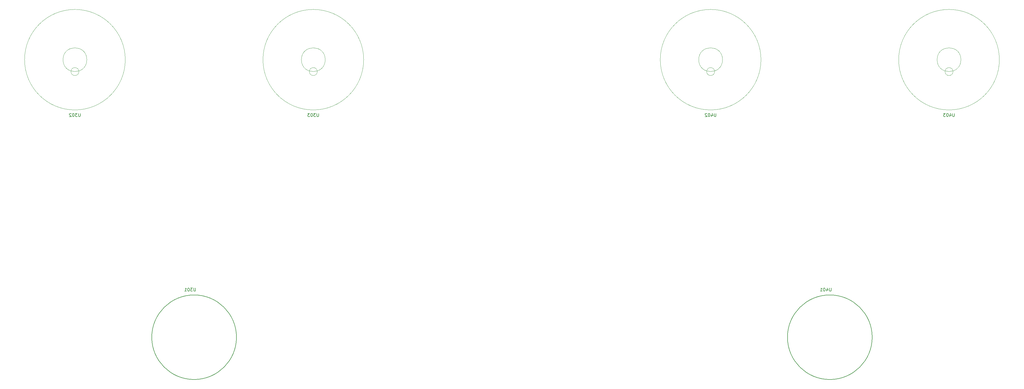
<source format=gbr>
G04 #@! TF.GenerationSoftware,KiCad,Pcbnew,7.0.8*
G04 #@! TF.CreationDate,2023-12-15T21:56:32+00:00*
G04 #@! TF.ProjectId,BabyHuey,42616279-4875-4657-992e-6b696361645f,1*
G04 #@! TF.SameCoordinates,Original*
G04 #@! TF.FileFunction,Legend,Bot*
G04 #@! TF.FilePolarity,Positive*
%FSLAX46Y46*%
G04 Gerber Fmt 4.6, Leading zero omitted, Abs format (unit mm)*
G04 Created by KiCad (PCBNEW 7.0.8) date 2023-12-15 21:56:32*
%MOMM*%
%LPD*%
G01*
G04 APERTURE LIST*
%ADD10C,0.150000*%
%ADD11C,0.120000*%
G04 APERTURE END LIST*
D10*
X108334285Y-155804819D02*
X108334285Y-156614342D01*
X108334285Y-156614342D02*
X108286666Y-156709580D01*
X108286666Y-156709580D02*
X108239047Y-156757200D01*
X108239047Y-156757200D02*
X108143809Y-156804819D01*
X108143809Y-156804819D02*
X107953333Y-156804819D01*
X107953333Y-156804819D02*
X107858095Y-156757200D01*
X107858095Y-156757200D02*
X107810476Y-156709580D01*
X107810476Y-156709580D02*
X107762857Y-156614342D01*
X107762857Y-156614342D02*
X107762857Y-155804819D01*
X107381904Y-155804819D02*
X106762857Y-155804819D01*
X106762857Y-155804819D02*
X107096190Y-156185771D01*
X107096190Y-156185771D02*
X106953333Y-156185771D01*
X106953333Y-156185771D02*
X106858095Y-156233390D01*
X106858095Y-156233390D02*
X106810476Y-156281009D01*
X106810476Y-156281009D02*
X106762857Y-156376247D01*
X106762857Y-156376247D02*
X106762857Y-156614342D01*
X106762857Y-156614342D02*
X106810476Y-156709580D01*
X106810476Y-156709580D02*
X106858095Y-156757200D01*
X106858095Y-156757200D02*
X106953333Y-156804819D01*
X106953333Y-156804819D02*
X107239047Y-156804819D01*
X107239047Y-156804819D02*
X107334285Y-156757200D01*
X107334285Y-156757200D02*
X107381904Y-156709580D01*
X106143809Y-155804819D02*
X106048571Y-155804819D01*
X106048571Y-155804819D02*
X105953333Y-155852438D01*
X105953333Y-155852438D02*
X105905714Y-155900057D01*
X105905714Y-155900057D02*
X105858095Y-155995295D01*
X105858095Y-155995295D02*
X105810476Y-156185771D01*
X105810476Y-156185771D02*
X105810476Y-156423866D01*
X105810476Y-156423866D02*
X105858095Y-156614342D01*
X105858095Y-156614342D02*
X105905714Y-156709580D01*
X105905714Y-156709580D02*
X105953333Y-156757200D01*
X105953333Y-156757200D02*
X106048571Y-156804819D01*
X106048571Y-156804819D02*
X106143809Y-156804819D01*
X106143809Y-156804819D02*
X106239047Y-156757200D01*
X106239047Y-156757200D02*
X106286666Y-156709580D01*
X106286666Y-156709580D02*
X106334285Y-156614342D01*
X106334285Y-156614342D02*
X106381904Y-156423866D01*
X106381904Y-156423866D02*
X106381904Y-156185771D01*
X106381904Y-156185771D02*
X106334285Y-155995295D01*
X106334285Y-155995295D02*
X106286666Y-155900057D01*
X106286666Y-155900057D02*
X106239047Y-155852438D01*
X106239047Y-155852438D02*
X106143809Y-155804819D01*
X104858095Y-156804819D02*
X105429523Y-156804819D01*
X105143809Y-156804819D02*
X105143809Y-155804819D01*
X105143809Y-155804819D02*
X105239047Y-155947676D01*
X105239047Y-155947676D02*
X105334285Y-156042914D01*
X105334285Y-156042914D02*
X105429523Y-156090533D01*
X71444285Y-99784819D02*
X71444285Y-100594342D01*
X71444285Y-100594342D02*
X71396666Y-100689580D01*
X71396666Y-100689580D02*
X71349047Y-100737200D01*
X71349047Y-100737200D02*
X71253809Y-100784819D01*
X71253809Y-100784819D02*
X71063333Y-100784819D01*
X71063333Y-100784819D02*
X70968095Y-100737200D01*
X70968095Y-100737200D02*
X70920476Y-100689580D01*
X70920476Y-100689580D02*
X70872857Y-100594342D01*
X70872857Y-100594342D02*
X70872857Y-99784819D01*
X70491904Y-99784819D02*
X69872857Y-99784819D01*
X69872857Y-99784819D02*
X70206190Y-100165771D01*
X70206190Y-100165771D02*
X70063333Y-100165771D01*
X70063333Y-100165771D02*
X69968095Y-100213390D01*
X69968095Y-100213390D02*
X69920476Y-100261009D01*
X69920476Y-100261009D02*
X69872857Y-100356247D01*
X69872857Y-100356247D02*
X69872857Y-100594342D01*
X69872857Y-100594342D02*
X69920476Y-100689580D01*
X69920476Y-100689580D02*
X69968095Y-100737200D01*
X69968095Y-100737200D02*
X70063333Y-100784819D01*
X70063333Y-100784819D02*
X70349047Y-100784819D01*
X70349047Y-100784819D02*
X70444285Y-100737200D01*
X70444285Y-100737200D02*
X70491904Y-100689580D01*
X69253809Y-99784819D02*
X69158571Y-99784819D01*
X69158571Y-99784819D02*
X69063333Y-99832438D01*
X69063333Y-99832438D02*
X69015714Y-99880057D01*
X69015714Y-99880057D02*
X68968095Y-99975295D01*
X68968095Y-99975295D02*
X68920476Y-100165771D01*
X68920476Y-100165771D02*
X68920476Y-100403866D01*
X68920476Y-100403866D02*
X68968095Y-100594342D01*
X68968095Y-100594342D02*
X69015714Y-100689580D01*
X69015714Y-100689580D02*
X69063333Y-100737200D01*
X69063333Y-100737200D02*
X69158571Y-100784819D01*
X69158571Y-100784819D02*
X69253809Y-100784819D01*
X69253809Y-100784819D02*
X69349047Y-100737200D01*
X69349047Y-100737200D02*
X69396666Y-100689580D01*
X69396666Y-100689580D02*
X69444285Y-100594342D01*
X69444285Y-100594342D02*
X69491904Y-100403866D01*
X69491904Y-100403866D02*
X69491904Y-100165771D01*
X69491904Y-100165771D02*
X69444285Y-99975295D01*
X69444285Y-99975295D02*
X69396666Y-99880057D01*
X69396666Y-99880057D02*
X69349047Y-99832438D01*
X69349047Y-99832438D02*
X69253809Y-99784819D01*
X68539523Y-99880057D02*
X68491904Y-99832438D01*
X68491904Y-99832438D02*
X68396666Y-99784819D01*
X68396666Y-99784819D02*
X68158571Y-99784819D01*
X68158571Y-99784819D02*
X68063333Y-99832438D01*
X68063333Y-99832438D02*
X68015714Y-99880057D01*
X68015714Y-99880057D02*
X67968095Y-99975295D01*
X67968095Y-99975295D02*
X67968095Y-100070533D01*
X67968095Y-100070533D02*
X68015714Y-100213390D01*
X68015714Y-100213390D02*
X68587142Y-100784819D01*
X68587142Y-100784819D02*
X67968095Y-100784819D01*
X147764285Y-99784819D02*
X147764285Y-100594342D01*
X147764285Y-100594342D02*
X147716666Y-100689580D01*
X147716666Y-100689580D02*
X147669047Y-100737200D01*
X147669047Y-100737200D02*
X147573809Y-100784819D01*
X147573809Y-100784819D02*
X147383333Y-100784819D01*
X147383333Y-100784819D02*
X147288095Y-100737200D01*
X147288095Y-100737200D02*
X147240476Y-100689580D01*
X147240476Y-100689580D02*
X147192857Y-100594342D01*
X147192857Y-100594342D02*
X147192857Y-99784819D01*
X146811904Y-99784819D02*
X146192857Y-99784819D01*
X146192857Y-99784819D02*
X146526190Y-100165771D01*
X146526190Y-100165771D02*
X146383333Y-100165771D01*
X146383333Y-100165771D02*
X146288095Y-100213390D01*
X146288095Y-100213390D02*
X146240476Y-100261009D01*
X146240476Y-100261009D02*
X146192857Y-100356247D01*
X146192857Y-100356247D02*
X146192857Y-100594342D01*
X146192857Y-100594342D02*
X146240476Y-100689580D01*
X146240476Y-100689580D02*
X146288095Y-100737200D01*
X146288095Y-100737200D02*
X146383333Y-100784819D01*
X146383333Y-100784819D02*
X146669047Y-100784819D01*
X146669047Y-100784819D02*
X146764285Y-100737200D01*
X146764285Y-100737200D02*
X146811904Y-100689580D01*
X145573809Y-99784819D02*
X145478571Y-99784819D01*
X145478571Y-99784819D02*
X145383333Y-99832438D01*
X145383333Y-99832438D02*
X145335714Y-99880057D01*
X145335714Y-99880057D02*
X145288095Y-99975295D01*
X145288095Y-99975295D02*
X145240476Y-100165771D01*
X145240476Y-100165771D02*
X145240476Y-100403866D01*
X145240476Y-100403866D02*
X145288095Y-100594342D01*
X145288095Y-100594342D02*
X145335714Y-100689580D01*
X145335714Y-100689580D02*
X145383333Y-100737200D01*
X145383333Y-100737200D02*
X145478571Y-100784819D01*
X145478571Y-100784819D02*
X145573809Y-100784819D01*
X145573809Y-100784819D02*
X145669047Y-100737200D01*
X145669047Y-100737200D02*
X145716666Y-100689580D01*
X145716666Y-100689580D02*
X145764285Y-100594342D01*
X145764285Y-100594342D02*
X145811904Y-100403866D01*
X145811904Y-100403866D02*
X145811904Y-100165771D01*
X145811904Y-100165771D02*
X145764285Y-99975295D01*
X145764285Y-99975295D02*
X145716666Y-99880057D01*
X145716666Y-99880057D02*
X145669047Y-99832438D01*
X145669047Y-99832438D02*
X145573809Y-99784819D01*
X144907142Y-99784819D02*
X144288095Y-99784819D01*
X144288095Y-99784819D02*
X144621428Y-100165771D01*
X144621428Y-100165771D02*
X144478571Y-100165771D01*
X144478571Y-100165771D02*
X144383333Y-100213390D01*
X144383333Y-100213390D02*
X144335714Y-100261009D01*
X144335714Y-100261009D02*
X144288095Y-100356247D01*
X144288095Y-100356247D02*
X144288095Y-100594342D01*
X144288095Y-100594342D02*
X144335714Y-100689580D01*
X144335714Y-100689580D02*
X144383333Y-100737200D01*
X144383333Y-100737200D02*
X144478571Y-100784819D01*
X144478571Y-100784819D02*
X144764285Y-100784819D01*
X144764285Y-100784819D02*
X144859523Y-100737200D01*
X144859523Y-100737200D02*
X144907142Y-100689580D01*
X311854285Y-155804819D02*
X311854285Y-156614342D01*
X311854285Y-156614342D02*
X311806666Y-156709580D01*
X311806666Y-156709580D02*
X311759047Y-156757200D01*
X311759047Y-156757200D02*
X311663809Y-156804819D01*
X311663809Y-156804819D02*
X311473333Y-156804819D01*
X311473333Y-156804819D02*
X311378095Y-156757200D01*
X311378095Y-156757200D02*
X311330476Y-156709580D01*
X311330476Y-156709580D02*
X311282857Y-156614342D01*
X311282857Y-156614342D02*
X311282857Y-155804819D01*
X310378095Y-156138152D02*
X310378095Y-156804819D01*
X310616190Y-155757200D02*
X310854285Y-156471485D01*
X310854285Y-156471485D02*
X310235238Y-156471485D01*
X309663809Y-155804819D02*
X309568571Y-155804819D01*
X309568571Y-155804819D02*
X309473333Y-155852438D01*
X309473333Y-155852438D02*
X309425714Y-155900057D01*
X309425714Y-155900057D02*
X309378095Y-155995295D01*
X309378095Y-155995295D02*
X309330476Y-156185771D01*
X309330476Y-156185771D02*
X309330476Y-156423866D01*
X309330476Y-156423866D02*
X309378095Y-156614342D01*
X309378095Y-156614342D02*
X309425714Y-156709580D01*
X309425714Y-156709580D02*
X309473333Y-156757200D01*
X309473333Y-156757200D02*
X309568571Y-156804819D01*
X309568571Y-156804819D02*
X309663809Y-156804819D01*
X309663809Y-156804819D02*
X309759047Y-156757200D01*
X309759047Y-156757200D02*
X309806666Y-156709580D01*
X309806666Y-156709580D02*
X309854285Y-156614342D01*
X309854285Y-156614342D02*
X309901904Y-156423866D01*
X309901904Y-156423866D02*
X309901904Y-156185771D01*
X309901904Y-156185771D02*
X309854285Y-155995295D01*
X309854285Y-155995295D02*
X309806666Y-155900057D01*
X309806666Y-155900057D02*
X309759047Y-155852438D01*
X309759047Y-155852438D02*
X309663809Y-155804819D01*
X308378095Y-156804819D02*
X308949523Y-156804819D01*
X308663809Y-156804819D02*
X308663809Y-155804819D01*
X308663809Y-155804819D02*
X308759047Y-155947676D01*
X308759047Y-155947676D02*
X308854285Y-156042914D01*
X308854285Y-156042914D02*
X308949523Y-156090533D01*
X351284285Y-99784819D02*
X351284285Y-100594342D01*
X351284285Y-100594342D02*
X351236666Y-100689580D01*
X351236666Y-100689580D02*
X351189047Y-100737200D01*
X351189047Y-100737200D02*
X351093809Y-100784819D01*
X351093809Y-100784819D02*
X350903333Y-100784819D01*
X350903333Y-100784819D02*
X350808095Y-100737200D01*
X350808095Y-100737200D02*
X350760476Y-100689580D01*
X350760476Y-100689580D02*
X350712857Y-100594342D01*
X350712857Y-100594342D02*
X350712857Y-99784819D01*
X349808095Y-100118152D02*
X349808095Y-100784819D01*
X350046190Y-99737200D02*
X350284285Y-100451485D01*
X350284285Y-100451485D02*
X349665238Y-100451485D01*
X349093809Y-99784819D02*
X348998571Y-99784819D01*
X348998571Y-99784819D02*
X348903333Y-99832438D01*
X348903333Y-99832438D02*
X348855714Y-99880057D01*
X348855714Y-99880057D02*
X348808095Y-99975295D01*
X348808095Y-99975295D02*
X348760476Y-100165771D01*
X348760476Y-100165771D02*
X348760476Y-100403866D01*
X348760476Y-100403866D02*
X348808095Y-100594342D01*
X348808095Y-100594342D02*
X348855714Y-100689580D01*
X348855714Y-100689580D02*
X348903333Y-100737200D01*
X348903333Y-100737200D02*
X348998571Y-100784819D01*
X348998571Y-100784819D02*
X349093809Y-100784819D01*
X349093809Y-100784819D02*
X349189047Y-100737200D01*
X349189047Y-100737200D02*
X349236666Y-100689580D01*
X349236666Y-100689580D02*
X349284285Y-100594342D01*
X349284285Y-100594342D02*
X349331904Y-100403866D01*
X349331904Y-100403866D02*
X349331904Y-100165771D01*
X349331904Y-100165771D02*
X349284285Y-99975295D01*
X349284285Y-99975295D02*
X349236666Y-99880057D01*
X349236666Y-99880057D02*
X349189047Y-99832438D01*
X349189047Y-99832438D02*
X349093809Y-99784819D01*
X348427142Y-99784819D02*
X347808095Y-99784819D01*
X347808095Y-99784819D02*
X348141428Y-100165771D01*
X348141428Y-100165771D02*
X347998571Y-100165771D01*
X347998571Y-100165771D02*
X347903333Y-100213390D01*
X347903333Y-100213390D02*
X347855714Y-100261009D01*
X347855714Y-100261009D02*
X347808095Y-100356247D01*
X347808095Y-100356247D02*
X347808095Y-100594342D01*
X347808095Y-100594342D02*
X347855714Y-100689580D01*
X347855714Y-100689580D02*
X347903333Y-100737200D01*
X347903333Y-100737200D02*
X347998571Y-100784819D01*
X347998571Y-100784819D02*
X348284285Y-100784819D01*
X348284285Y-100784819D02*
X348379523Y-100737200D01*
X348379523Y-100737200D02*
X348427142Y-100689580D01*
X274964285Y-99784819D02*
X274964285Y-100594342D01*
X274964285Y-100594342D02*
X274916666Y-100689580D01*
X274916666Y-100689580D02*
X274869047Y-100737200D01*
X274869047Y-100737200D02*
X274773809Y-100784819D01*
X274773809Y-100784819D02*
X274583333Y-100784819D01*
X274583333Y-100784819D02*
X274488095Y-100737200D01*
X274488095Y-100737200D02*
X274440476Y-100689580D01*
X274440476Y-100689580D02*
X274392857Y-100594342D01*
X274392857Y-100594342D02*
X274392857Y-99784819D01*
X273488095Y-100118152D02*
X273488095Y-100784819D01*
X273726190Y-99737200D02*
X273964285Y-100451485D01*
X273964285Y-100451485D02*
X273345238Y-100451485D01*
X272773809Y-99784819D02*
X272678571Y-99784819D01*
X272678571Y-99784819D02*
X272583333Y-99832438D01*
X272583333Y-99832438D02*
X272535714Y-99880057D01*
X272535714Y-99880057D02*
X272488095Y-99975295D01*
X272488095Y-99975295D02*
X272440476Y-100165771D01*
X272440476Y-100165771D02*
X272440476Y-100403866D01*
X272440476Y-100403866D02*
X272488095Y-100594342D01*
X272488095Y-100594342D02*
X272535714Y-100689580D01*
X272535714Y-100689580D02*
X272583333Y-100737200D01*
X272583333Y-100737200D02*
X272678571Y-100784819D01*
X272678571Y-100784819D02*
X272773809Y-100784819D01*
X272773809Y-100784819D02*
X272869047Y-100737200D01*
X272869047Y-100737200D02*
X272916666Y-100689580D01*
X272916666Y-100689580D02*
X272964285Y-100594342D01*
X272964285Y-100594342D02*
X273011904Y-100403866D01*
X273011904Y-100403866D02*
X273011904Y-100165771D01*
X273011904Y-100165771D02*
X272964285Y-99975295D01*
X272964285Y-99975295D02*
X272916666Y-99880057D01*
X272916666Y-99880057D02*
X272869047Y-99832438D01*
X272869047Y-99832438D02*
X272773809Y-99784819D01*
X272059523Y-99880057D02*
X272011904Y-99832438D01*
X272011904Y-99832438D02*
X271916666Y-99784819D01*
X271916666Y-99784819D02*
X271678571Y-99784819D01*
X271678571Y-99784819D02*
X271583333Y-99832438D01*
X271583333Y-99832438D02*
X271535714Y-99880057D01*
X271535714Y-99880057D02*
X271488095Y-99975295D01*
X271488095Y-99975295D02*
X271488095Y-100070533D01*
X271488095Y-100070533D02*
X271535714Y-100213390D01*
X271535714Y-100213390D02*
X272107142Y-100784819D01*
X272107142Y-100784819D02*
X271488095Y-100784819D01*
X121451887Y-171590000D02*
G75*
G03*
X121451887Y-171590000I-13561887J0D01*
G01*
D11*
X85850000Y-82550000D02*
G75*
G03*
X85850000Y-82550000I-16120000J0D01*
G01*
X73540000Y-82550000D02*
G75*
G03*
X73540000Y-82550000I-3810000J0D01*
G01*
X71000000Y-86360000D02*
G75*
G03*
X71000000Y-86360000I-1270000J0D01*
G01*
X149860000Y-82550000D02*
G75*
G03*
X149860000Y-82550000I-3810000J0D01*
G01*
X147320000Y-86360000D02*
G75*
G03*
X147320000Y-86360000I-1270000J0D01*
G01*
X162170000Y-82550000D02*
G75*
G03*
X162170000Y-82550000I-16120000J0D01*
G01*
D10*
X324971887Y-171590000D02*
G75*
G03*
X324971887Y-171590000I-13561887J0D01*
G01*
D11*
X365690000Y-82550000D02*
G75*
G03*
X365690000Y-82550000I-16120000J0D01*
G01*
X350840000Y-86360000D02*
G75*
G03*
X350840000Y-86360000I-1270000J0D01*
G01*
X353380000Y-82550000D02*
G75*
G03*
X353380000Y-82550000I-3810000J0D01*
G01*
X274520000Y-86360000D02*
G75*
G03*
X274520000Y-86360000I-1270000J0D01*
G01*
X277060000Y-82550000D02*
G75*
G03*
X277060000Y-82550000I-3810000J0D01*
G01*
X289370000Y-82550000D02*
G75*
G03*
X289370000Y-82550000I-16120000J0D01*
G01*
M02*

</source>
